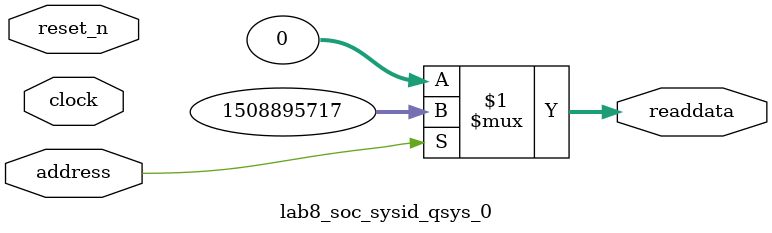
<source format=v>

`timescale 1ns / 1ps
// synthesis translate_on

// turn off superfluous verilog processor warnings 
// altera message_level Level1 
// altera message_off 10034 10035 10036 10037 10230 10240 10030 

module lab8_soc_sysid_qsys_0 (
               // inputs:
                address,
                clock,
                reset_n,

               // outputs:
                readdata
             )
;

  output  [ 31: 0] readdata;
  input            address;
  input            clock;
  input            reset_n;

  wire    [ 31: 0] readdata;
  //control_slave, which is an e_avalon_slave
  assign readdata = address ? 1508895717 : 0;

endmodule




</source>
